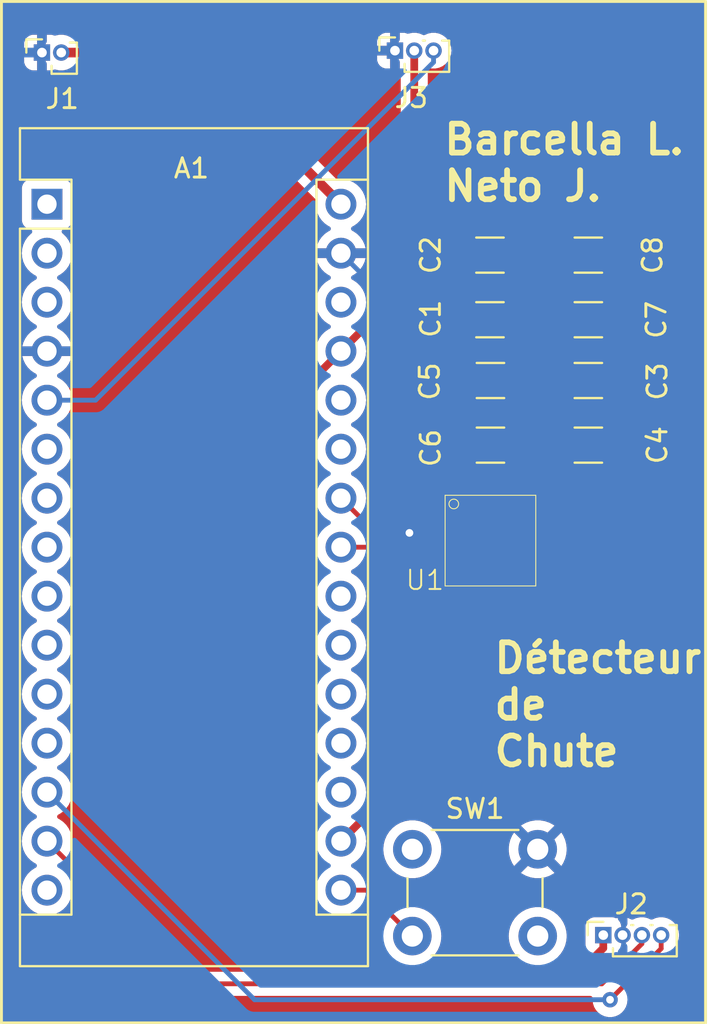
<source format=kicad_pcb>
(kicad_pcb (version 20240108) (generator "pcbnew") (generator_version "8.0")
  (layers (0 "F.Cu" signal) (31 "B.Cu" signal) (34 "B.Paste" user) (35 "F.Paste" user) (36 "B.SilkS" user "B.Silkscreen") (37 "F.SilkS" user "F.Silkscreen") (38 "B.Mask" user) (39 "F.Mask" user) (44 "Edge.Cuts" user))
  (net 0 "")
  (net 1 "Net-(A1-A5)")
  (net 6 "BUZZER")
  (net 7 "Net-(A1-A4)")
  (net 10 "5V")
  (net 14 "GND")
  (net 15 "BT_TX")
  (net 16 "3.3V")
  (net 24 "Net-(A1-D13)")
  (net 25 "BT_RX")
  (net 26 "9V")
  (net 30 "Net-(U1-V1P8ANA)")
  (net 31 "Net-(U1-V1P8DIG)")
  (footprint "Capacitor_SMD:C_1206_3216Metric" (layer "F.Cu") (at 130.925 77.95)
    (property "Reference" "C4" (at 3.575 0 90) (layer "F.SilkS"))
    (property "Value" "1u")
    (fp_line (start -0.711252 -0.91) (end 0.711252 -0.91) (stroke (width 0.12)) (layer "F.SilkS"))
    (fp_line (start -0.711252 0.91) (end 0.711252 0.91) (stroke (width 0.12)) (layer "F.SilkS"))
    (pad "1" smd roundrect (at -1.475 0) (size 1.15 1.8) (layers "F.Cu" "F.Paste" "F.Mask") (roundrect_rratio 0.217391) (net 30 "Net-(U1-V1P8ANA)"))
    (pad "2" smd roundrect (at 1.475 0) (size 1.15 1.8) (layers "F.Cu" "F.Paste" "F.Mask") (roundrect_rratio 0.217391) (net 14 "GND"))
  )
  (footprint "Capacitor_SMD:C_1206_3216Metric" (layer "F.Cu") (at 125.85 74.6)
    (property "Reference" "C5" (at -3.15 0.05 90) (layer "F.SilkS"))
    (property "Value" "1u")
    (fp_line (start -0.711252 -0.91) (end 0.711252 -0.91) (stroke (width 0.12)) (layer "F.SilkS"))
    (fp_line (start -0.711252 0.91) (end 0.711252 0.91) (stroke (width 0.12)) (layer "F.SilkS"))
    (pad "1" smd roundrect (at -1.475 0) (size 1.15 1.8) (layers "F.Cu" "F.Paste" "F.Mask") (roundrect_rratio 0.217391) (net 14 "GND"))
    (pad "2" smd roundrect (at 1.475 0) (size 1.15 1.8) (layers "F.Cu" "F.Paste" "F.Mask") (roundrect_rratio 0.217391) (net 16 "3.3V"))
  )
  (footprint "Button_Switch_THT:SW_PUSH_6mm" (layer "F.Cu") (at 121.8 98.9)
    (property "Reference" "SW1" (at 3.25 -2.1 0) (layer "F.SilkS"))
    (property "Value" "SW_PUSH_6mm")
    (fp_line (start -0.25 1.5) (end -0.25 3) (stroke (width 0.12)) (layer "F.SilkS"))
    (fp_line (start 1 5.5) (end 5.5 5.5) (stroke (width 0.12)) (layer "F.SilkS"))
    (fp_line (start 5.5 -1) (end 1 -1) (stroke (width 0.12)) (layer "F.SilkS"))
    (fp_line (start 6.75 3) (end 6.75 1.5) (stroke (width 0.12)) (layer "F.SilkS"))
    (pad "1" thru_hole circle (at 0 0 90) (size 2 2) (drill 1.1) (layers "*.Cu" "*.Mask"))
    (pad "1" thru_hole circle (at 6.5 0 90) (size 2 2) (drill 1.1) (layers "*.Cu" "*.Mask") (net 14 "GND"))
    (pad "2" thru_hole circle (at 0 4.5 90) (size 2 2) (drill 1.1) (layers "*.Cu" "*.Mask") (net 24 "Net-(A1-D13)"))
    (pad "2" thru_hole circle (at 6.5 4.5 90) (size 2 2) (drill 1.1) (layers "*.Cu" "*.Mask"))
  )
  (footprint "Module:Arduino_Nano" (layer "F.Cu") (at 102.86 65.46)
    (property "Reference" "A1" (at 7.49 -1.86 0) (layer "F.SilkS"))
    (property "Value" "Arduino_Nano_v3.x" (hide yes))
    (fp_line (start -1.4 -3.94) (end -1.4 -1.27) (stroke (width 0.12)) (layer "F.SilkS"))
    (fp_line (start -1.4 1.27) (end -1.4 39.5) (stroke (width 0.12)) (layer "F.SilkS"))
    (fp_line (start -1.4 39.5) (end 16.64 39.5) (stroke (width 0.12)) (layer "F.SilkS"))
    (fp_line (start 1.27 -1.27) (end -1.4 -1.27) (stroke (width 0.12)) (layer "F.SilkS"))
    (fp_line (start 1.27 1.27) (end -1.4 1.27) (stroke (width 0.12)) (layer "F.SilkS"))
    (fp_line (start 1.27 1.27) (end 1.27 -1.27) (stroke (width 0.12)) (layer "F.SilkS"))
    (fp_line (start 1.27 1.27) (end 1.27 36.83) (stroke (width 0.12)) (layer "F.SilkS"))
    (fp_line (start 1.27 36.83) (end -1.4 36.83) (stroke (width 0.12)) (layer "F.SilkS"))
    (fp_line (start 13.97 -1.27) (end 13.97 36.83) (stroke (width 0.12)) (layer "F.SilkS"))
    (fp_line (start 13.97 -1.27) (end 16.64 -1.27) (stroke (width 0.12)) (layer "F.SilkS"))
    (fp_line (start 13.97 36.83) (end 16.64 36.83) (stroke (width 0.12)) (layer "F.SilkS"))
    (fp_line (start 16.64 -3.94) (end -1.4 -3.94) (stroke (width 0.12)) (layer "F.SilkS"))
    (fp_line (start 16.64 39.5) (end 16.64 -3.94) (stroke (width 0.12)) (layer "F.SilkS"))
    (pad "1" thru_hole rect (at 0 0) (size 1.6 1.6) (drill 1) (layers "*.Cu" "*.Mask"))
    (pad "2" thru_hole oval (at 0 2.54) (size 1.6 1.6) (drill 1) (layers "*.Cu" "*.Mask"))
    (pad "3" thru_hole oval (at 0 5.08) (size 1.6 1.6) (drill 1) (layers "*.Cu" "*.Mask"))
    (pad "4" thru_hole oval (at 0 7.62) (size 1.6 1.6) (drill 1) (layers "*.Cu" "*.Mask") (net 14 "GND"))
    (pad "5" thru_hole oval (at 0 10.16) (size 1.6 1.6) (drill 1) (layers "*.Cu" "*.Mask") (net 6 "BUZZER"))
    (pad "6" thru_hole oval (at 0 12.7) (size 1.6 1.6) (drill 1) (layers "*.Cu" "*.Mask"))
    (pad "7" thru_hole oval (at 0 15.24) (size 1.6 1.6) (drill 1) (layers "*.Cu" "*.Mask"))
    (pad "8" thru_hole oval (at 0 17.78) (size 1.6 1.6) (drill 1) (layers "*.Cu" "*.Mask"))
    (pad "9" thru_hole oval (at 0 20.32) (size 1.6 1.6) (drill 1) (layers "*.Cu" "*.Mask"))
    (pad "10" thru_hole oval (at 0 22.86) (size 1.6 1.6) (drill 1) (layers "*.Cu" "*.Mask"))
    (pad "11" thru_hole oval (at 0 25.4) (size 1.6 1.6) (drill 1) (layers "*.Cu" "*.Mask"))
    (pad "12" thru_hole oval (at 0 27.94) (size 1.6 1.6) (drill 1) (layers "*.Cu" "*.Mask"))
    (pad "13" thru_hole oval (at 0 30.48) (size 1.6 1.6) (drill 1) (layers "*.Cu" "*.Mask") (net 25 "BT_RX"))
    (pad "14" thru_hole oval (at 0 33.02) (size 1.6 1.6) (drill 1) (layers "*.Cu" "*.Mask") (net 15 "BT_TX"))
    (pad "15" thru_hole oval (at 0 35.56) (size 1.6 1.6) (drill 1) (layers "*.Cu" "*.Mask"))
    (pad "16" thru_hole oval (at 15.24 35.56) (size 1.6 1.6) (drill 1) (layers "*.Cu" "*.Mask") (net 24 "Net-(A1-D13)"))
    (pad "17" thru_hole oval (at 15.24 33.02) (size 1.6 1.6) (drill 1) (layers "*.Cu" "*.Mask") (net 16 "3.3V"))
    (pad "18" thru_hole oval (at 15.24 30.48) (size 1.6 1.6) (drill 1) (layers "*.Cu" "*.Mask"))
    (pad "19" thru_hole oval (at 15.24 27.94) (size 1.6 1.6) (drill 1) (layers "*.Cu" "*.Mask"))
    (pad "20" thru_hole oval (at 15.24 25.4) (size 1.6 1.6) (drill 1) (layers "*.Cu" "*.Mask"))
    (pad "21" thru_hole oval (at 15.24 22.86) (size 1.6 1.6) (drill 1) (layers "*.Cu" "*.Mask"))
    (pad "22" thru_hole oval (at 15.24 20.32) (size 1.6 1.6) (drill 1) (layers "*.Cu" "*.Mask"))
    (pad "23" thru_hole oval (at 15.24 17.78) (size 1.6 1.6) (drill 1) (layers "*.Cu" "*.Mask") (net 7 "Net-(A1-A4)"))
    (pad "24" thru_hole oval (at 15.24 15.24) (size 1.6 1.6) (drill 1) (layers "*.Cu" "*.Mask") (net 1 "Net-(A1-A5)"))
    (pad "25" thru_hole oval (at 15.24 12.7) (size 1.6 1.6) (drill 1) (layers "*.Cu" "*.Mask"))
    (pad "26" thru_hole oval (at 15.24 10.16) (size 1.6 1.6) (drill 1) (layers "*.Cu" "*.Mask"))
    (pad "27" thru_hole oval (at 15.24 7.62) (size 1.6 1.6) (drill 1) (layers "*.Cu" "*.Mask") (net 10 "5V"))
    (pad "28" thru_hole oval (at 15.24 5.08) (size 1.6 1.6) (drill 1) (layers "*.Cu" "*.Mask"))
    (pad "29" thru_hole oval (at 15.24 2.54) (size 1.6 1.6) (drill 1) (layers "*.Cu" "*.Mask") (net 14 "GND"))
    (pad "30" thru_hole oval (at 15.24 0) (size 1.6 1.6) (drill 1) (layers "*.Cu" "*.Mask") (net 26 "9V"))
  )
  (footprint "lowprint-pcb-ee410:ADXL359" (layer "F.Cu") (at 125.85 82.9)
    (property "Reference" "U1" (at -3.4 2.05 0) (layer "F.SilkS") (effects (font (thickness 0.1))))
    (property "Value" "ADXL359")
    (fp_line (start -2.35 -2.35) (end -2.35 2.35) (stroke (width 0.05)) (layer "F.SilkS"))
    (fp_line (start -2.35 2.35) (end 2.35 2.35) (stroke (width 0.05)) (layer "F.SilkS"))
    (fp_line (start 2.35 -2.35) (end -2.35 -2.35) (stroke (width 0.05)) (layer "F.SilkS"))
    (fp_line (start 2.35 2.35) (end 2.35 -2.35) (stroke (width 0.05)) (layer "F.SilkS"))
    (fp_circle (center -1.9 -1.9) (end -1.65 -1.9) (stroke (width 0.05)) (fill none) (layer "F.SilkS"))
    (pad "1" smd rect (at -1.9 -1.15 90) (size 0.4 0.7) (layers "F.Cu" "F.Paste" "F.Mask") (net 1 "Net-(A1-A5)"))
    (pad "2" smd rect (at -1.9 -0.4 90) (size 0.4 0.7) (layers "F.Cu" "F.Paste" "F.Mask") (net 14 "GND"))
    (pad "3" smd rect (at -1.9 0.35 90) (size 0.4 0.7) (layers "F.Cu" "F.Paste" "F.Mask") (net 7 "Net-(A1-A4)"))
    (pad "4" smd rect (at -1.9 1.1 90) (size 0.4 0.7) (layers "F.Cu" "F.Paste" "F.Mask") (net 14 "GND"))
    (pad "5" smd rect (at -0.75 1.9 180) (size 0.4 0.7) (layers "F.Cu" "F.Paste" "F.Mask") (net 16 "3.3V"))
    (pad "6" smd rect (at 0 1.9 180) (size 0.4 0.7) (layers "F.Cu" "F.Paste" "F.Mask") (net 14 "GND"))
    (pad "7" smd rect (at 0.75 1.9 180) (size 0.4 0.7) (layers "F.Cu" "F.Paste" "F.Mask") (net 14 "GND"))
    (pad "8" smd rect (at 1.9 1.1 90) (size 0.4 0.7) (layers "F.Cu" "F.Paste" "F.Mask") (net 31 "Net-(U1-V1P8DIG)"))
    (pad "9" smd rect (at 1.9 0.35 90) (size 0.4 0.7) (layers "F.Cu" "F.Paste" "F.Mask") (net 14 "GND"))
    (pad "10" smd rect (at 1.9 -0.4 90) (size 0.4 0.7) (layers "F.Cu" "F.Paste" "F.Mask") (net 30 "Net-(U1-V1P8ANA)"))
    (pad "11" smd rect (at 1.9 -1.15 90) (size 0.4 0.7) (layers "F.Cu" "F.Paste" "F.Mask") (net 16 "3.3V"))
    (pad "12" smd rect (at 0.75 -1.9 180) (size 0.4 0.7) (layers "F.Cu" "F.Paste" "F.Mask"))
    (pad "13" smd rect (at 0 -1.9 180) (size 0.4 0.7) (layers "F.Cu" "F.Paste" "F.Mask"))
    (pad "14" smd rect (at -0.75 -1.9 180) (size 0.4 0.7) (layers "F.Cu" "F.Paste" "F.Mask"))
  )
  (footprint "Capacitor_SMD:C_1206_3216Metric" (layer "F.Cu") (at 125.85 77.95)
    (property "Reference" "C6" (at -3.1 0.15 90) (layer "F.SilkS"))
    (property "Value" "0.1u")
    (fp_line (start -0.711252 -0.91) (end 0.711252 -0.91) (stroke (width 0.12)) (layer "F.SilkS"))
    (fp_line (start -0.711252 0.91) (end 0.711252 0.91) (stroke (width 0.12)) (layer "F.SilkS"))
    (pad "1" smd roundrect (at -1.475 0) (size 1.15 1.8) (layers "F.Cu" "F.Paste" "F.Mask") (roundrect_rratio 0.217391) (net 14 "GND"))
    (pad "2" smd roundrect (at 1.475 0) (size 1.15 1.8) (layers "F.Cu" "F.Paste" "F.Mask") (roundrect_rratio 0.217391) (net 16 "3.3V"))
  )
  (footprint "Capacitor_SMD:C_1206_3216Metric" (layer "F.Cu") (at 130.925 71.45 180)
    (property "Reference" "C7" (at -3.525 0 90) (layer "F.SilkS"))
    (property "Value" "1u")
    (fp_line (start -0.711252 0.91) (end 0.711252 0.91) (stroke (width 0.12)) (layer "F.SilkS"))
    (fp_line (start -0.711252 -0.91) (end 0.711252 -0.91) (stroke (width 0.12)) (layer "F.SilkS"))
    (pad "1" smd roundrect (at -1.475 0 180) (size 1.15 1.8) (layers "F.Cu" "F.Paste" "F.Mask") (roundrect_rratio 0.217391) (net 31 "Net-(U1-V1P8DIG)"))
    (pad "2" smd roundrect (at 1.475 0 180) (size 1.15 1.8) (layers "F.Cu" "F.Paste" "F.Mask") (roundrect_rratio 0.217391) (net 14 "GND"))
  )
  (footprint "Connector_PinSocket_1.00mm:PinSocket_1x03_P1.00mm_Vertical" (layer "F.Cu") (at 120.9 57.5 90)
    (property "Reference" "J3" (at -2.45 0.85 180) (layer "F.SilkS"))
    (property "Value" "BUZZER")
    (fp_line (start 0.685 -0.81) (end 0.685 0) (stroke (width 0.12)) (layer "F.SilkS"))
    (fp_line (start 0 -0.81) (end 0.685 -0.81) (stroke (width 0.12)) (layer "F.SilkS"))
    (fp_line (start -1.1 0.5) (end -0.685 0.5) (stroke (width 0.12)) (layer "F.SilkS"))
    (fp_line (start -1.1 0.5) (end -1.1 2.81) (stroke (width 0.12)) (layer "F.SilkS"))
    (fp_line (start 0.52 1.445898) (end 0.52 1.554102) (stroke (width 0.12)) (layer "F.SilkS"))
    (fp_line (start 0.52 2.445898) (end 0.52 2.81) (stroke (width 0.12)) (layer "F.SilkS"))
    (fp_line (start -1.1 2.81) (end 0.52 2.81) (stroke (width 0.12)) (layer "F.SilkS"))
    (pad "1" thru_hole rect (at 0 0 90) (size 0.85 0.85) (drill 0.5) (layers "*.Cu" "*.Mask") (net 14 "GND"))
    (pad "2" thru_hole oval (at 0 1 90) (size 0.85 0.85) (drill 0.5) (layers "*.Cu" "*.Mask") (net 10 "5V"))
    (pad "3" thru_hole oval (at 0 2 90) (size 0.85 0.85) (drill 0.5) (layers "*.Cu" "*.Mask") (net 6 "BUZZER"))
  )
  (footprint "Capacitor_SMD:C_1206_3216Metric" (layer "F.Cu") (at 125.825 68.1 180)
    (property "Reference" "C2" (at 3.075 0 90) (layer "F.SilkS"))
    (property "Value" "1u")
    (fp_line (start -0.711252 0.91) (end 0.711252 0.91) (stroke (width 0.12)) (layer "F.SilkS"))
    (fp_line (start -0.711252 -0.91) (end 0.711252 -0.91) (stroke (width 0.12)) (layer "F.SilkS"))
    (pad "1" smd roundrect (at -1.475 0 180) (size 1.15 1.8) (layers "F.Cu" "F.Paste" "F.Mask") (roundrect_rratio 0.217391) (net 16 "3.3V"))
    (pad "2" smd roundrect (at 1.475 0 180) (size 1.15 1.8) (layers "F.Cu" "F.Paste" "F.Mask") (roundrect_rratio 0.217391) (net 14 "GND"))
  )
  (footprint "Capacitor_SMD:C_1206_3216Metric" (layer "F.Cu") (at 125.825 71.45 180)
    (property "Reference" "C1" (at 3.075 0.05 90) (layer "F.SilkS"))
    (property "Value" "0.1u")
    (fp_line (start -0.711252 0.91) (end 0.711252 0.91) (stroke (width 0.12)) (layer "F.SilkS"))
    (fp_line (start -0.711252 -0.91) (end 0.711252 -0.91) (stroke (width 0.12)) (layer "F.SilkS"))
    (pad "1" smd roundrect (at -1.475 0 180) (size 1.15 1.8) (layers "F.Cu" "F.Paste" "F.Mask") (roundrect_rratio 0.217391) (net 16 "3.3V"))
    (pad "2" smd roundrect (at 1.475 0 180) (size 1.15 1.8) (layers "F.Cu" "F.Paste" "F.Mask") (roundrect_rratio 0.217391) (net 14 "GND"))
  )
  (footprint "Connector_PinSocket_1.00mm:PinSocket_1x04_P1.00mm_Vertical" (layer "F.Cu") (at 131.7 103.35 90)
    (property "Reference" "J2" (at 1.6 1.45 0) (layer "F.SilkS"))
    (property "Value" "BLUETOOTH" (hide yes))
    (fp_line (start 0.685 -0.81) (end 0.685 0) (stroke (width 0.12)) (layer "F.SilkS"))
    (fp_line (start 0 -0.81) (end 0.685 -0.81) (stroke (width 0.12)) (layer "F.SilkS"))
    (fp_line (start -1.1 0.5) (end -0.685 0.5) (stroke (width 0.12)) (layer "F.SilkS"))
    (fp_line (start -1.1 0.5) (end -1.1 3.81) (stroke (width 0.12)) (layer "F.SilkS"))
    (fp_line (start 0.52 1.445898) (end 0.52 1.554102) (stroke (width 0.12)) (layer "F.SilkS"))
    (fp_line (start 0.52 2.445898) (end 0.52 2.554102) (stroke (width 0.12)) (layer "F.SilkS"))
    (fp_line (start 0.52 3.445898) (end 0.52 3.81) (stroke (width 0.12)) (layer "F.SilkS"))
    (fp_line (start -1.1 3.81) (end 0.52 3.81) (stroke (width 0.12)) (layer "F.SilkS"))
    (pad "1" thru_hole rect (at 0 0 90) (size 0.85 0.85) (drill 0.5) (layers "*.Cu" "*.Mask") (net 10 "5V"))
    (pad "2" thru_hole oval (at 0 1 90) (size 0.85 0.85) (drill 0.5) (layers "*.Cu" "*.Mask") (net 14 "GND"))
    (pad "3" thru_hole oval (at 0 2 90) (size 0.85 0.85) (drill 0.5) (layers "*.Cu" "*.Mask") (net 15 "BT_TX"))
    (pad "4" thru_hole oval (at 0 3 90) (size 0.85 0.85) (drill 0.5) (layers "*.Cu" "*.Mask") (net 25 "BT_RX"))
  )
  (footprint "Capacitor_SMD:C_1206_3216Metric" (layer "F.Cu") (at 130.925 74.6)
    (property "Reference" "C3" (at 3.575 0.05 90) (layer "F.SilkS"))
    (property "Value" "0.1u")
    (fp_line (start -0.711252 -0.91) (end 0.711252 -0.91) (stroke (width 0.12)) (layer "F.SilkS"))
    (fp_line (start -0.711252 0.91) (end 0.711252 0.91) (stroke (width 0.12)) (layer "F.SilkS"))
    (pad "1" smd roundrect (at -1.475 0) (size 1.15 1.8) (layers "F.Cu" "F.Paste" "F.Mask") (roundrect_rratio 0.217391) (net 30 "Net-(U1-V1P8ANA)"))
    (pad "2" smd roundrect (at 1.475 0) (size 1.15 1.8) (layers "F.Cu" "F.Paste" "F.Mask") (roundrect_rratio 0.217391) (net 14 "GND"))
  )
  (footprint "Capacitor_SMD:C_1206_3216Metric" (layer "F.Cu") (at 130.925 68.1 180)
    (property "Reference" "C8" (at -3.325 0 -90) (layer "F.SilkS"))
    (property "Value" "0.1u")
    (fp_line (start -0.711252 0.91) (end 0.711252 0.91) (stroke (width 0.12)) (layer "F.SilkS"))
    (fp_line (start -0.711252 -0.91) (end 0.711252 -0.91) (stroke (width 0.12)) (layer "F.SilkS"))
    (pad "1" smd roundrect (at -1.475 0 180) (size 1.15 1.8) (layers "F.Cu" "F.Paste" "F.Mask") (roundrect_rratio 0.217391) (net 31 "Net-(U1-V1P8DIG)"))
    (pad "2" smd roundrect (at 1.475 0 180) (size 1.15 1.8) (layers "F.Cu" "F.Paste" "F.Mask") (roundrect_rratio 0.217391) (net 14 "GND"))
  )
  (footprint "Connector_PinSocket_1.00mm:PinSocket_1x02_P1.00mm_Vertical" (layer "F.Cu") (at 102.6 57.6 90)
    (property "Reference" "J1" (at -2.4 1.05 180) (layer "F.SilkS"))
    (property "Value" "POWER")
    (fp_line (start 0.685 -0.81) (end 0.685 0) (stroke (width 0.12)) (layer "F.SilkS"))
    (fp_line (start 0 -0.81) (end 0.685 -0.81) (stroke (width 0.12)) (layer "F.SilkS"))
    (fp_line (start -1.1 0.5) (end -0.685 0.5) (stroke (width 0.12)) (layer "F.SilkS"))
    (fp_line (start -1.1 0.5) (end -1.1 1.81) (stroke (width 0.12)) (layer "F.SilkS"))
    (fp_line (start 0.52 1.445898) (end 0.52 1.81) (stroke (width 0.12)) (layer "F.SilkS"))
    (fp_line (start -1.1 1.81) (end 0.52 1.81) (stroke (width 0.12)) (layer "F.SilkS"))
    (pad "1" thru_hole rect (at 0 0 90) (size 0.85 0.85) (drill 0.5) (layers "*.Cu" "*.Mask") (net 14 "GND"))
    (pad "2" thru_hole oval (at 0 1 90) (size 0.85 0.85) (drill 0.5) (layers "*.Cu" "*.Mask") (net 26 "9V"))
  )
  (gr_rect (start 100.5 54.95) (end 137 107.9) (stroke (width 0.15)) (fill none) (layer "F.SilkS"))
  (gr_text "Barcella L.\nNeto J." (at 123.3 65.4 0) (layer "F.SilkS") (effects (font (size 1.5 1.5) (thickness 0.3) (bold yes)) (justify left bottom)))
  (gr_text "Détecteur\nde\nChute" (at 125.9 94.7 0) (layer "F.SilkS") (effects (font (size 1.5 1.5) (thickness 0.3) (bold yes)) (justify left bottom)))
  (segment (start 119.15 81.75) (end 118.1 80.7) (width 0.25) (layer "F.Cu") (net 1))
  (segment (start 123.95 81.75) (end 119.15 81.75) (width 0.25) (layer "F.Cu") (net 1))
  (segment (start 122.9 57.5) (end 122.9 58.10104) (width 0.25) (layer "B.Cu") (net 6))
  (segment (start 105.38104 75.62) (end 102.86 75.62) (width 0.25) (layer "B.Cu") (net 6))
  (segment (start 122.9 58.10104) (end 105.38104 75.62) (width 0.25) (layer "B.Cu") (net 6))
  (segment (start 123.94 83.24) (end 123.95 83.25) (width 0.25) (layer "F.Cu") (net 7))
  (segment (start 118.1 83.24) (end 123.94 83.24) (width 0.25) (layer "F.Cu") (net 7))
  (segment (start 118.8 105.35) (end 130.375 105.35) (width 0.4) (layer "F.Cu") (net 10))
  (segment (start 131.7 104.025) (end 131.7 103.35) (width 0.4) (layer "F.Cu") (net 10))
  (segment (start 130.375 105.35) (end 131.7 104.025) (width 0.4) (layer "F.Cu") (net 10))
  (segment (start 121.9 57.5) (end 121.9 69.28) (width 0.4) (layer "F.Cu") (net 10))
  (segment (start 115.55 75.63) (end 115.55 102.1) (width 0.4) (layer "F.Cu") (net 10))
  (segment (start 118.1 73.08) (end 115.55 75.63) (width 0.4) (layer "F.Cu") (net 10))
  (segment (start 115.55 102.1) (end 118.8 105.35) (width 0.4) (layer "F.Cu") (net 10))
  (segment (start 121.9 69.28) (end 118.1 73.08) (width 0.4) (layer "F.Cu") (net 10))
  (segment (start 123.95 82.5) (end 124.4 82.5) (width 0.25) (layer "F.Cu") (net 14))
  (segment (start 127.3 83.25) (end 127.75 83.25) (width 0.25) (layer "F.Cu") (net 14))
  (segment (start 125.85 84.8) (end 126.6 84.8) (width 0.25) (layer "F.Cu") (net 14))
  (segment (start 124.4 82.5) (end 124.625 82.725) (width 0.25) (layer "F.Cu") (net 14))
  (segment (start 126.6 84.8) (end 126.6 83.95) (width 0.25) (layer "F.Cu") (net 14))
  (segment (start 126.6 83.95) (end 127.3 83.25) (width 0.25) (layer "F.Cu") (net 14))
  (segment (start 123.95 82.5) (end 121.65 82.5) (width 0.25) (layer "F.Cu") (net 14))
  (segment (start 124.625 83.682538) (end 124.307538 84) (width 0.25) (layer "F.Cu") (net 14))
  (segment (start 124.307538 84) (end 123.95 84) (width 0.25) (layer "F.Cu") (net 14))
  (segment (start 124.625 82.725) (end 124.625 83.682538) (width 0.25) (layer "F.Cu") (net 14))
  (via (at 121.65 82.5) (size 0.8) (drill 0.4) (layers "F.Cu" "B.Cu") (net 14))
  (segment (start 120.5 81.35) (end 120.5 70.4) (width 0.25) (layer "B.Cu") (net 14))
  (segment (start 120.5 70.4) (end 118.1 68) (width 0.25) (layer "B.Cu") (net 14))
  (segment (start 121.65 82.5) (end 120.5 81.35) (width 0.25) (layer "B.Cu") (net 14))
  (segment (start 133.7 103.35) (end 133.7 103.8) (width 0.25) (layer "F.Cu") (net 15))
  (segment (start 133.7 103.8) (end 131.625 105.875) (width 0.25) (layer "F.Cu") (net 15))
  (segment (start 131.625 105.875) (end 110.255 105.875) (width 0.25) (layer "F.Cu") (net 15))
  (segment (start 110.255 105.875) (end 102.86 98.48) (width 0.25) (layer "F.Cu") (net 15))
  (segment (start 127.3 81.75) (end 127.75 81.75) (width 0.4) (layer "F.Cu") (net 16))
  (segment (start 127.3 74.575) (end 127.325 74.6) (width 0.25) (layer "F.Cu") (net 16))
  (segment (start 127.325 77.95) (end 127.325 79.425) (width 0.4) (layer "F.Cu") (net 16))
  (segment (start 127.325 77.95) (end 127.325 74.6) (width 0.4) (layer "F.Cu") (net 16))
  (segment (start 127.75 79.85) (end 127.75 81.75) (width 0.4) (layer "F.Cu") (net 16))
  (segment (start 127.3 68.1) (end 127.3 71.45) (width 0.4) (layer "F.Cu") (net 16))
  (segment (start 125.1 83.95) (end 127.3 81.75) (width 0.4) (layer "F.Cu") (net 16))
  (segment (start 127.325 79.425) (end 127.75 79.85) (width 0.4) (layer "F.Cu") (net 16))
  (segment (start 127.3 71.45) (end 127.3 74.575) (width 0.4) (layer "F.Cu") (net 16))
  (segment (start 118.1 98.48) (end 125.1 91.48) (width 0.4) (layer "F.Cu") (net 16))
  (segment (start 125.1 84.8) (end 125.1 83.95) (width 0.4) (layer "F.Cu") (net 16))
  (segment (start 125.1 91.48) (end 125.1 84.8) (width 0.4) (layer "F.Cu") (net 16))
  (segment (start 119.42 101.02) (end 118.1 101.02) (width 0.25) (layer "F.Cu") (net 24))
  (segment (start 121.8 103.4) (end 119.42 101.02) (width 0.25) (layer "F.Cu") (net 24))
  (segment (start 118.1 101) (end 118.1 101.02) (width 0.25) (layer "B.Cu") (net 24))
  (segment (start 134.7 103.35) (end 134.7 104.05) (width 0.25) (layer "F.Cu") (net 25))
  (segment (start 134.7 104.05) (end 132.05 106.7) (width 0.25) (layer "F.Cu") (net 25))
  (via (at 132.05 106.7) (size 0.8) (drill 0.4) (layers "F.Cu" "B.Cu") (net 25))
  (segment (start 113.62 106.7) (end 102.86 95.94) (width 0.25) (layer "B.Cu") (net 25))
  (segment (start 132.05 106.7) (end 113.62 106.7) (width 0.25) (layer "B.Cu") (net 25))
  (segment (start 110.24 57.6) (end 118.1 65.46) (width 0.5) (layer "F.Cu") (net 26))
  (segment (start 103.6 57.6) (end 110.24 57.6) (width 0.5) (layer "F.Cu") (net 26))
  (segment (start 128.35 82.5) (end 129.45 81.4) (width 0.25) (layer "F.Cu") (net 30))
  (segment (start 127.75 82.5) (end 128.35 82.5) (width 0.25) (layer "F.Cu") (net 30))
  (segment (start 129.45 74.6) (end 129.45 77.95) (width 0.25) (layer "F.Cu") (net 30))
  (segment (start 129.45 81.4) (end 129.45 77.95) (width 0.25) (layer "F.Cu") (net 30))
  (segment (start 128.35 84) (end 133.55 78.8) (width 0.25) (layer "F.Cu") (net 31))
  (segment (start 132.4 68.1) (end 132.4 71.45) (width 0.25) (layer "F.Cu") (net 31))
  (segment (start 133.55 72.6) (end 132.4 71.45) (width 0.25) (layer "F.Cu") (net 31))
  (segment (start 127.75 84) (end 128.35 84) (width 0.25) (layer "F.Cu") (net 31))
  (segment (start 133.55 78.8) (end 133.55 72.6) (width 0.25) (layer "F.Cu") (net 31))
  (zone (net 14) (net_name "GND") (layers "F&B.Cu") (name "PLAN DE MASSE") (connect_pads (clearance 0.5)) (min_thickness 0.25) (fill yes (thermal_gap 0.5) (thermal_bridge_width 0.5))
    (polygon (pts (xy 100.5 54.95) (xy 137 54.95) (xy 137 107.9) (xy 100.5 107.9)))
  )
)
</source>
